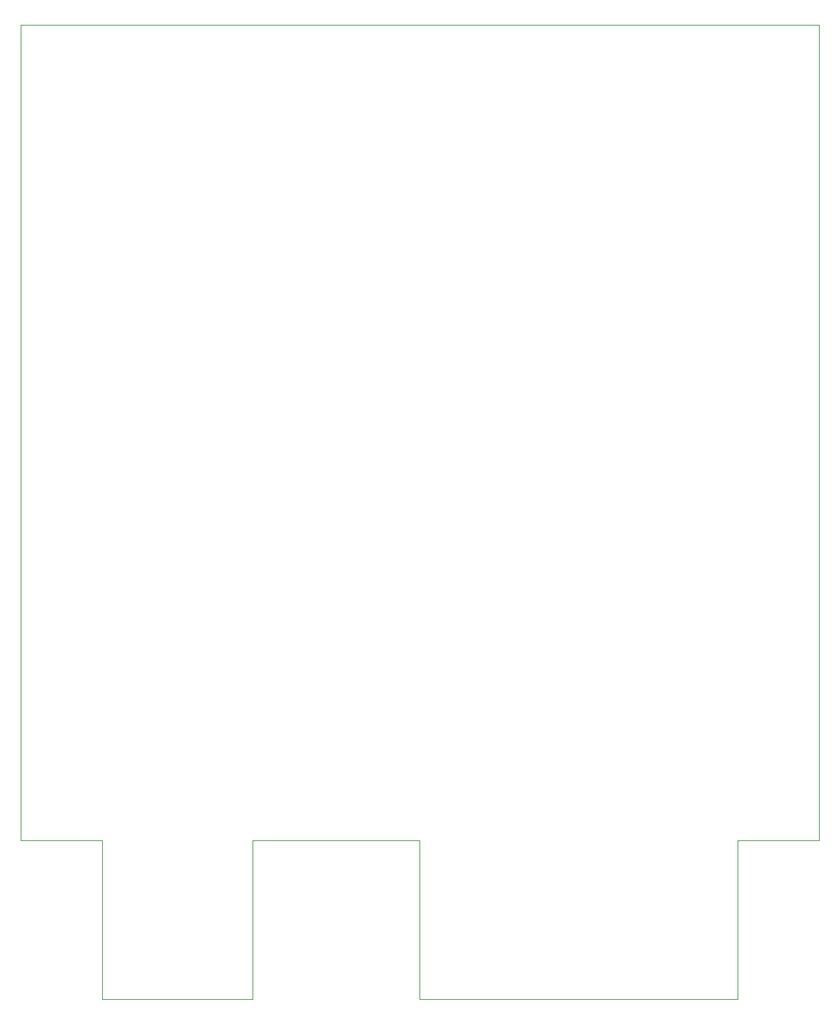
<source format=gm1>
G04 #@! TF.FileFunction,Profile,NP*
%FSLAX46Y46*%
G04 Gerber Fmt 4.6, Leading zero omitted, Abs format (unit mm)*
G04 Created by KiCad (PCBNEW 4.0.2+dfsg1-stable) date Fri 08 Feb 2019 16:08:27 CET*
%MOMM*%
G01*
G04 APERTURE LIST*
%ADD10C,0.100000*%
G04 APERTURE END LIST*
D10*
X196500000Y-19000000D02*
X193500000Y-19000000D01*
X196500000Y-119000000D02*
X196500000Y-19000000D01*
X193500000Y-119000000D02*
X196500000Y-119000000D01*
X98500000Y-19000000D02*
X193500000Y-19000000D01*
X98500000Y-119000000D02*
X98500000Y-19000000D01*
X103000000Y-119000000D02*
X98500000Y-119000000D01*
X193500000Y-119000000D02*
X186500000Y-119000000D01*
X108500000Y-119000000D02*
X103000000Y-119000000D01*
X147500000Y-138500000D02*
X147500000Y-119000000D01*
X127000000Y-138500000D02*
X127000000Y-119000000D01*
X127000000Y-119000000D02*
X147500000Y-119000000D01*
X108500000Y-119000000D02*
X108500000Y-138500000D01*
X186500000Y-138500000D02*
X186500000Y-119000000D01*
X147500000Y-138500000D02*
X186500000Y-138500000D01*
X108500000Y-138500000D02*
X127000000Y-138500000D01*
M02*

</source>
